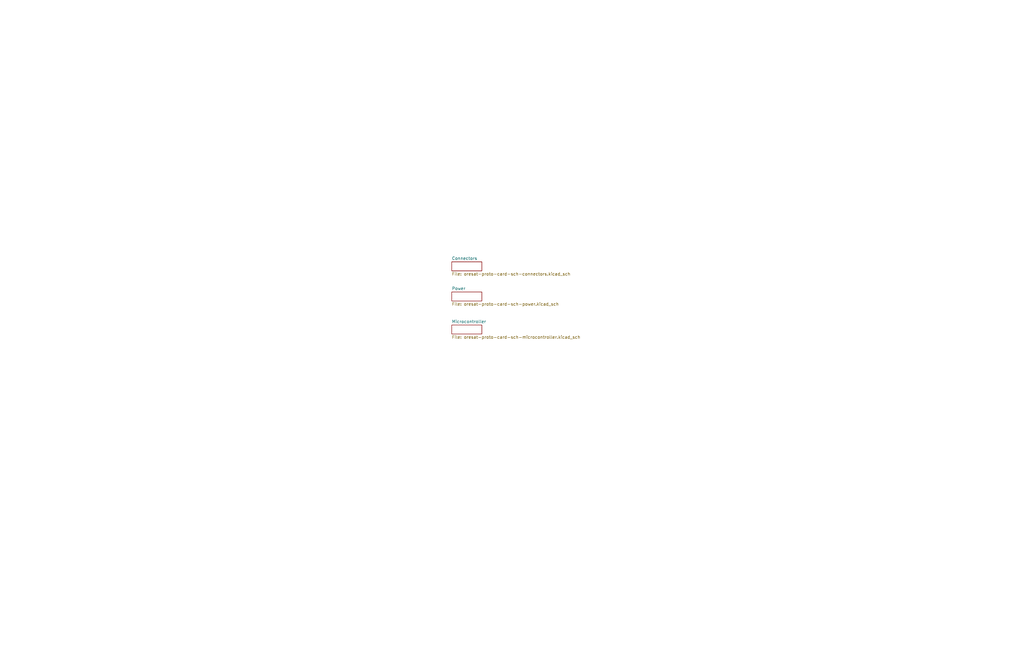
<source format=kicad_sch>
(kicad_sch
	(version 20250114)
	(generator "eeschema")
	(generator_version "9.0")
	(uuid "04d32576-d084-475b-9eac-d7f3fd9579d7")
	(paper "USLedger")
	(title_block
		(title "OreSat M0 Proto Card")
		(date "2024-03-21")
		(rev "5.0")
	)
	(lib_symbols)
	(sheet
		(at 190.5 110.49)
		(size 12.7 3.81)
		(exclude_from_sim no)
		(in_bom yes)
		(on_board yes)
		(dnp no)
		(fields_autoplaced yes)
		(stroke
			(width 0)
			(type solid)
		)
		(fill
			(color 0 0 0 0.0000)
		)
		(uuid "5e24a3e8-a65e-478d-b976-97cb63cc1885")
		(property "Sheetname" "Connectors"
			(at 190.5 109.7784 0)
			(effects
				(font
					(size 1.27 1.27)
				)
				(justify left bottom)
			)
		)
		(property "Sheetfile" "oresat-proto-card-sch-connectors.kicad_sch"
			(at 190.5 114.8846 0)
			(effects
				(font
					(size 1.27 1.27)
				)
				(justify left top)
			)
		)
		(instances
			(project "oresat-proto-card"
				(path "/04d32576-d084-475b-9eac-d7f3fd9579d7"
					(page "1")
				)
			)
		)
	)
	(sheet
		(at 190.5 123.19)
		(size 12.7 3.81)
		(exclude_from_sim no)
		(in_bom yes)
		(on_board yes)
		(dnp no)
		(fields_autoplaced yes)
		(stroke
			(width 0)
			(type solid)
		)
		(fill
			(color 0 0 0 0.0000)
		)
		(uuid "74ca5f60-14f2-4db3-a5c5-49a2ce7c0209")
		(property "Sheetname" "Power"
			(at 190.5 122.4784 0)
			(effects
				(font
					(size 1.27 1.27)
				)
				(justify left bottom)
			)
		)
		(property "Sheetfile" "oresat-proto-card-sch-power.kicad_sch"
			(at 190.5 127.5846 0)
			(effects
				(font
					(size 1.27 1.27)
				)
				(justify left top)
			)
		)
		(instances
			(project "oresat-proto-card"
				(path "/04d32576-d084-475b-9eac-d7f3fd9579d7"
					(page "2")
				)
			)
		)
	)
	(sheet
		(at 190.5 137.16)
		(size 12.7 3.81)
		(exclude_from_sim no)
		(in_bom yes)
		(on_board yes)
		(dnp no)
		(fields_autoplaced yes)
		(stroke
			(width 0)
			(type solid)
		)
		(fill
			(color 0 0 0 0.0000)
		)
		(uuid "e68cb6cd-039d-43ad-93aa-b705d581519b")
		(property "Sheetname" "Microcontroller"
			(at 190.5 136.4484 0)
			(effects
				(font
					(size 1.27 1.27)
				)
				(justify left bottom)
			)
		)
		(property "Sheetfile" "oresat-proto-card-sch-microcontroller.kicad_sch"
			(at 190.5 141.5546 0)
			(effects
				(font
					(size 1.27 1.27)
				)
				(justify left top)
			)
		)
		(instances
			(project "oresat-proto-card"
				(path "/04d32576-d084-475b-9eac-d7f3fd9579d7"
					(page "3")
				)
			)
		)
	)
	(sheet_instances
		(path "/"
			(page "1")
		)
	)
	(embedded_fonts no)
)

</source>
